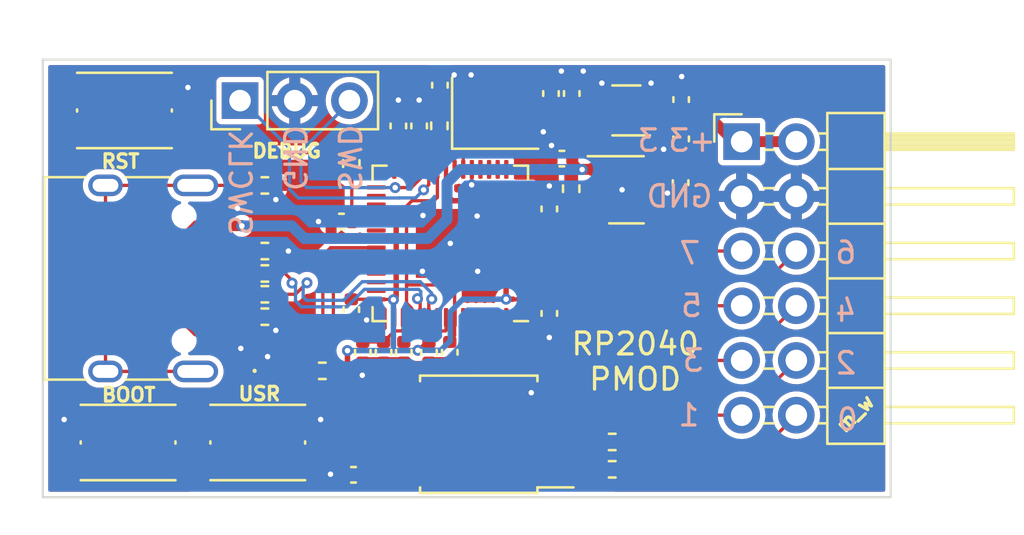
<source format=kicad_pcb>
(kicad_pcb (version 20211014) (generator pcbnew)
  (layers (0 "F.Cu" signal) (31 "B.Cu" signal) (34 "B.Paste" user) (35 "F.Paste" user) (36 "B.SilkS" user "B.Silkscreen") (37 "F.SilkS" user "F.Silkscreen") (38 "B.Mask" user) (39 "F.Mask" user) (44 "Edge.Cuts" user))
  (net 0 "")
  (net 1 "GND")
  (net 2 "VBUS")
  (net 3 "Net-(J1-PadA5)")
  (net 4 "Net-(J1-PadA6)")
  (net 5 "Net-(J1-PadA7)")
  (net 7 "Net-(J1-PadB5)")
  (net 9 "Net-(J1-PadS1)")
  (net 10 "+3.3VP")
  (net 11 "/GPIO0")
  (net 12 "/GPIO1")
  (net 13 "/GPIO2")
  (net 14 "/GPIO3")
  (net 15 "/GPIO4")
  (net 16 "/GPIO5")
  (net 17 "/GPIO6")
  (net 18 "/GPIO7")
  (net 19 "/QSPI_SS")
  (net 20 "/QSPI_SD1")
  (net 21 "/QSPI_SD2")
  (net 22 "/QSPI_SD0")
  (net 23 "/QSPI_SCLK")
  (net 24 "/QSPI_SD3")
  (net 25 "+3.3V")
  (net 26 "Net-(R6-Pad2)")
  (net 28 "+3.3VA")
  (net 38 "Net-(C5-Pad2)")
  (net 39 "Net-(R10-Pad2)")
  (net 40 "+1V1")
  (net 41 "Net-(R9-Pad2)")
  (net 50 "Net-(SW2-Pad1)")
  (net 51 "Net-(R11-Pad2)")
  (net 56 "/USB_D_N")
  (net 57 "/USB_D_P")
  (net 58 "Net-(C6-Pad2)")
  (net 59 "Net-(D1-Pad2)")
  (net 60 "Net-(R2-Pad1)")
  (net 61 "/SWCLK")
  (net 62 "/SWD")
  (footprint "Capacitor_SMD:C_0402_1005Metric" (layer "F.Cu") (at 156.6418 84.963 90)
    (fp_text reference "C11" hide)
    (fp_text value "1uF")
  )
  (footprint "Resistor_SMD:R_0402_1005Metric" (layer "F.Cu") (at 139.9814 95.7326)
    (fp_text reference "R11" hide)
    (fp_text value "1K")
  )
  (footprint "Capacitor_SMD:C_0402_1005Metric" (layer "F.Cu") (at 143.764 94.869 90)
    (fp_text reference "C10" hide)
    (fp_text value "1uF")
  )
  (footprint "Capacitor_SMD:C_0402_1005Metric" (layer "F.Cu") (at 150.5204 93.0656 90)
    (fp_text reference "C15" hide)
    (fp_text value "0.1uF")
  )
  (footprint "Capacitor_SMD:C_0402_1005Metric" (layer "F.Cu") (at 156.6164 86.995 90)
    (fp_text reference "C3" hide)
    (fp_text value "1uF")
  )
  (footprint "Connector_USB:USB_C_Receptacle_HRO_TYPE-C-31-M-12" (layer "F.Cu") (at 130.9612 91.44 -90)
    (fp_text reference "J1" hide)
    (fp_text value "USB_C_Receptacle_USB2.0")
  )
  (footprint "Capacitor_SMD:C_0402_1005Metric" (layer "F.Cu") (at 141.4272 100.5586 180)
    (fp_text reference "C2" hide)
    (fp_text value "0.1uF")
  )
  (footprint "Capacitor_SMD:C_0402_1005Metric" (layer "F.Cu") (at 144.9324 94.8716 90)
    (fp_text reference "C18" hide)
    (fp_text value "0.1uF")
  )
  (footprint "Resistor_SMD:R_0402_1005Metric" (layer "F.Cu") (at 141.3256 86.106 90)
    (fp_text reference "R9" hide)
    (fp_text value "10K")
  )
  (footprint "Connector_PinHeader_2.54mm:PinHeader_2x06_P2.54mm_Horizontal" (layer "F.Cu") (at 159.45 85.09)
    (fp_text reference "J3" hide)
    (fp_text value "Conn_02x06_Odd_Even")
  )
  (footprint "Capacitor_SMD:C_0402_1005Metric" (layer "F.Cu") (at 145.8976 94.869 90)
    (fp_text reference "C8" hide)
    (fp_text value "0.1uF")
  )
  (footprint "Resistor_SMD:R_0402_1005Metric" (layer "F.Cu") (at 153.4414 99.0346)
    (fp_text reference "R3" hide)
    (fp_text value "10K")
  )
  (footprint "Button_Switch_SMD:SW_Push_1P1T_NO_Vertical_Wuerth_434133025816" (layer "F.Cu") (at 130.792 83.6422)
    (fp_text reference "SW3" hide)
    (fp_text value "RESET")
  )
  (footprint "Capacitor_SMD:C_0402_1005Metric" (layer "F.Cu") (at 142.8242 94.869 90)
    (fp_text reference "C12" hide)
    (fp_text value "1uF")
  )
  (footprint "Capacitor_SMD:C_0402_1005Metric" (layer "F.Cu") (at 141.3256 92.8878 90)
    (fp_text reference "C19" hide)
    (fp_text value "0.1uF")
  )
  (footprint "Capacitor_SMD:C_0402_1005Metric" (layer "F.Cu") (at 150.5966 82.8548 -90)
    (fp_text reference "C5" hide)
    (fp_text value "27pF")
  )
  (footprint "LED_SMD:LED_0402_1005Metric" (layer "F.Cu") (at 137.926401 95.7326)
    (fp_text reference "D1" hide)
    (fp_text value "LED")
  )
  (footprint "Capacitor_SMD:C_0402_1005Metric" (layer "F.Cu") (at 144.4752 84.3604 -90)
    (fp_text reference "C13" hide)
    (fp_text value "0.1uF")
  )
  (footprint "Resistor_SMD:R_0402_1005Metric" (layer "F.Cu") (at 145.415 84.3534 -90)
    (fp_text reference "R10" hide)
    (fp_text value "1K")
  )
  (footprint "Resistor_SMD:R_0402_1005Metric" (layer "F.Cu") (at 137.3112 87.122)
    (fp_text reference "R1" hide)
    (fp_text value "1M")
  )
  (footprint "Capacitor_SMD:C_0402_1005Metric" (layer "F.Cu") (at 151.1046 85.8774)
    (fp_text reference "C1" hide)
    (fp_text value "1uF")
  )
  (footprint "Resistor_SMD:R_0402_1005Metric" (layer "F.Cu") (at 137.3112 90.17)
    (fp_text reference "R4" hide)
    (fp_text value "5.1K")
  )
  (footprint "Resistor_SMD:R_0402_1005Metric" (layer "F.Cu") (at 153.4414 100.3046 180)
    (fp_text reference "R2" hide)
    (fp_text value "1K")
  )
  (footprint "Resistor_SMD:R_0402_1005Metric" (layer "F.Cu") (at 151.5364 87.2744 -90)
    (fp_text reference "R6" hide)
    (fp_text value "10K")
  )
  (footprint "Capacitor_SMD:C_0402_1005Metric" (layer "F.Cu") (at 140.8684 88.7984)
    (fp_text reference "C14" hide)
    (fp_text value "0.1uF")
  )
  (footprint "Connector_PinHeader_2.54mm:PinHeader_1x03_P2.54mm_Vertical" (layer "F.Cu") (at 136.159 83.185 90)
    (fp_text reference "J2" hide)
    (fp_text value "Conn_01x03")
  )
  (footprint "Package_TO_SOT_SMD:SOT-23-5" (layer "F.Cu") (at 154.1018 87.3252)
    (fp_text reference "U2" hide)
    (fp_text value "AP2112K-3.3")
  )
  (footprint "Package_SO:SOIC-8_5.23x5.23mm_P1.27mm" (layer "F.Cu") (at 147.2438 98.679 180)
    (fp_text reference "U1" hide)
    (fp_text value "W25Q32JVSS")
  )
  (footprint "Capacitor_SMD:C_0402_1005Metric" (layer "F.Cu") (at 156.6418 83.1342 -90)
    (fp_text reference "C4" hide)
    (fp_text value "1uF")
  )
  (footprint "Resistor_SMD:R_0402_1005Metric" (layer "F.Cu") (at 137.3124 91.2114)
    (fp_text reference "R7" hide)
    (fp_text value "27")
  )
  (footprint "Package_DFN_QFN:QFN-56-1EP_7x7mm_P0.4mm_EP3.2x3.2mm" (layer "F.Cu") (at 145.923 89.8144 180)
    (fp_text reference "U4" hide)
    (fp_text value "RP2040")
  )
  (footprint "Resistor_SMD:R_0402_1005Metric" (layer "F.Cu") (at 137.3124 92.1766)
    (fp_text reference "R8" hide)
    (fp_text value "27")
  )
  (footprint "Capacitor_SMD:C_0402_1005Metric" (layer "F.Cu") (at 141.859 94.869 90)
    (fp_text reference "C17" hide)
    (fp_text value "0.1uF")
  )
  (footprint "Capacitor_SMD:C_0402_1005Metric" (layer "F.Cu") (at 151.5618 82.8548 -90)
    (fp_text reference "C7" hide)
    (fp_text value "1uF")
  )
  (footprint "Capacitor_SMD:C_0402_1005Metric" (layer "F.Cu") (at 145.4404 82.469 -90)
    (fp_text reference "C6" hide)
    (fp_text value "27pF")
  )
  (footprint "rp2040-pmod:SOT-5x3" (layer "F.Cu") (at 154.1 83.64 180)
    (fp_text reference "U3" hide)
    (fp_text value "LM66200")
  )
  (footprint "Crystal:Crystal_SMD_Abracon_ABM8G-4Pin_3.2x2.5mm" (layer "F.Cu") (at 148.0058 83.7692)
    (fp_text reference "Y1" hide)
    (fp_text value "12Mhz")
  )
  (footprint "Capacitor_SMD:C_0402_1005Metric" (layer "F.Cu") (at 143.51 84.3604 -90)
    (fp_text reference "C9" hide)
    (fp_text value "0.1uF")
  )
  (footprint "Resistor_SMD:R_0402_1005Metric" (layer "F.Cu") (at 137.3112 93.218)
    (fp_text reference "R5" hide)
    (fp_text value "5.1K")
  )
  (footprint "Button_Switch_SMD:SW_Push_1P1T_NO_Vertical_Wuerth_434133025816" (layer "F.Cu") (at 136.9822 99.06 180)
    (fp_text reference "SW2" hide)
    (fp_text value "USER1")
  )
  (footprint "Button_Switch_SMD:SW_Push_1P1T_NO_Vertical_Wuerth_434133025816" (layer "F.Cu") (at 130.9612 99.06)
    (fp_text reference "SW1" hide)
    (fp_text value "USB Boot")
  )
  (footprint "Capacitor_SMD:C_0402_1005Metric" (layer "F.Cu") (at 150.5204 88.2142 -90)
    (fp_text reference "C16" hide)
    (fp_text value "0.1uF")
  )
  (gr_rect (start 127 81.28) (end 166.37 101.6) (layer "Edge.Cuts") (width 0.1) (fill none))
  (gr_text "0" (at 164.3634 97.9932) (layer "B.SilkS") (effects (font (size 1 1)) (justify mirror)))
  (gr_text "5" (at 157.1244 92.71) (layer "B.SilkS") (effects (font (size 1 1)) (justify mirror)))
  (gr_text "7" (at 157.0482 90.2716) (layer "B.SilkS") (effects (font (size 1 1)) (justify mirror)))
  (gr_text "1" (at 156.9974 97.79) (layer "B.SilkS") (effects (font (size 1 1)) (justify mirror)))
  (gr_text "SWCLK" (at 136.144 86.995 270) (layer "B.SilkS") (effects (font (size 1 1)) (justify mirror)))
  (gr_text "+3.3" (at 156.4386 85.0392) (layer "B.SilkS") (effects (font (size 1 1)) (justify mirror)))
  (gr_text "2" (at 164.2872 95.377) (layer "B.SilkS") (effects (font (size 1 1)) (justify mirror)))
  (gr_text "SWD" (at 141.224 85.852 270) (layer "B.SilkS") (effects (font (size 1 1)) (justify mirror)))
  (gr_text "GND" (at 156.5656 87.63) (layer "B.SilkS") (effects (font (size 1 1)) (justify mirror)))
  (gr_text "GND" (at 138.684 85.852 270) (layer "B.SilkS") (effects (font (size 1 1)) (justify mirror)))
  (gr_text "3" (at 157.2006 95.25) (layer "B.SilkS") (effects (font (size 1 1)) (justify mirror)))
  (gr_text "4" (at 164.2872 92.9386) (layer "B.SilkS") (effects (font (size 1 1)) (justify mirror)))
  (gr_text "6" (at 164.2872 90.2462) (layer "B.SilkS") (effects (font (size 1 1)) (justify mirror)))
  (gr_text "BOOT" (at 130.9878 96.8502) (layer "F.SilkS") (effects (font (size 0.635 0.635))))
  (gr_text "RP2040\nPMOD" (at 154.5082 95.3008) (layer "F.SilkS") (effects (font (size 1.016 1.016) (thickness 0.1524))))
  (gr_text "USR" (at 137.0584 96.7994) (layer "F.SilkS") (effects (font (size 0.635 0.635))))
  (gr_text "DEBUG" (at 138.3284 85.5218) (layer "F.SilkS") (effects (font (size 0.635 0.635) (thickness 0.15875))))
  (gr_text "RST" (at 130.6068 86.0044) (layer "F.SilkS") (effects (font (size 0.635 0.635))))
  (gr_text "m_w" (at 164.719 97.7138 45) (layer "F.SilkS") (effects (font (size 0.635 0.635))))
  (segment (start 141.859 95.349) (end 145.8214 95.349) (width 0.1524) (layer "F.Cu") (net 1))
  (segment (start 146.923 87.0872) (end 146.9136 87.0966) (width 0.1524) (layer "F.Cu") (net 1))
  (segment (start 146.923 86.3769) (end 146.923 87.0872) (width 0.1524) (layer "F.Cu") (net 1))
  (segment (start 156.6418 82.6542) (end 156.6418 82.0928) (width 0.1524) (layer "F.Cu") (net 1))
  (segment (start 155.8316 85.443) (end 155.829 85.4456) (width 0.1524) (layer "F.Cu") (net 1))
  (segment (start 140.9472 100.5586) (end 140.3858 100.5586) (width 0.1524) (layer "F.Cu") (net 1))
  (segment (start 154.8518 82.8962) (end 154.8518 82.7652) (width 0.1524) (layer "F.Cu") (net 1))
  (segment (start 150.5204 94.1832) (end 150.5204 93.5456) (width 0.1524) (layer "F.Cu") (net 1))
  (segment (start 137.8212 87.7816) (end 137.8204 87.7824) (width 0.1524) (layer "F.Cu") (net 1))
  (segment (start 150.8438 96.774) (end 149.7076 96.774) (width 0.1524) (layer "F.Cu") (net 1))
  (segment (start 150.6246 85.8774) (end 150.6246 85.2704) (width 0.1524) (layer "F.Cu") (net 1))
  (segment (start 156.0094 87.475) (end 156.0068 87.4776) (width 0.1524) (layer "F.Cu") (net 1))
  (segment (start 140.3884 88.7984) (end 139.8016 88.7984) (width 0.1524) (layer "F.Cu") (net 1))
  (segment (start 133.7302 82.5672) (end 133.7384 82.5754) (width 0.1524) (layer "F.Cu") (net 1))
  (segment (start 135.0062 94.69) (end 136.1936 94.69) (width 0.1524) (layer "F.Cu") (net 1))
  (segment (start 151.5618 82.3468) (end 152.0952 81.8134) (width 0.1524) (layer "F.Cu") (net 1))
  (segment (start 135.0062 88.19) (end 136.0412 88.19) (width 0.1524) (layer "F.Cu") (net 1))
  (segment (start 155.2622 84.3962) (end 155.829 84.963) (width 0.1524) (layer "F.Cu") (net 1))
  (segment (start 141.859 95.914406) (end 141.835603 95.937803) (width 0.1524) (layer "F.Cu") (net 1))
  (segment (start 154.8518 82.7652) (end 155.2448 82.3722) (width 0.1524) (layer "F.Cu") (net 1))
  (segment (start 156.6164 87.475) (end 156.0094 87.475) (width 0.1524) (layer "F.Cu") (net 1))
  (segment (start 139.8938 97.985) (end 139.902 97.9932) (width 0.1524) (layer "F.Cu") (net 1))
  (segment (start 144.4752 83.8804) (end 144.4752 83.1596) (width 0.1524) (layer "F.Cu") (net 1))
  (segment (start 137.8212 87.122) (end 137.8212 87.7816) (width 0.1524) (layer "F.Cu") (net 1))
  (segment (start 127.9988 97.985) (end 127.9906 97.9932) (width 0.1524) (layer "F.Cu") (net 1))
  (segment (start 150.6246 85.2704) (end 150.622 85.2678) (width 0.1524) (layer "F.Cu") (net 1))
  (segment (start 137.8212 90.17) (end 138.4046 90.17) (width 0.1524) (layer "F.Cu") (net 1))
  (segment (start 153.3518 82.7652) (end 152.9588 82.3722) (width 0.1524) (layer "F.Cu") (net 1))
  (segment (start 132.867 82.5672) (end 133.7302 82.5672) (width 0.1524) (layer "F.Cu") (net 1))
  (segment (start 141.859 95.349) (end 141.859 95.914406) (width 0.1524) (layer "F.Cu") (net 1))
  (segment (start 146.9058 82.0088) (end 146.8882 81.9912) (width 0.1524) (layer "F.Cu") (net 1))
  (segment (start 156.6418 82.0928) (end 156.6672 82.0674) (width 0.1524) (layer "F.Cu") (net 1))
  (segment (start 150.5966 82.296) (end 151.0792 81.8134) (width 0.1524) (layer "F.Cu") (net 1))
  (segment (start 136.0412 88.19) (end 136.0424 88.1888) (width 0.1524) (layer "F.Cu") (net 1))
  (segment (start 156.6418 85.443) (end 155.8316 85.443) (width 0.1524) (layer "F.Cu") (net 1))
  (segment (start 150.2274 84.6192) (end 150.241 84.6328) (width 0.1524) (layer "F.Cu") (net 1))
  (segment (start 149.7076 96.774) (end 149.6822 96.7486) (width 0.1524) (layer "F.Cu") (net 1))
  (segment (start 149.1058 84.6192) (end 150.2274 84.6192) (width 0.1524) (layer "F.Cu") (net 1))
  (segment (start 151.5618 82.3748) (end 151.5618 82.3468) (width 0.1524) (layer "F.Cu") (net 1))
  (segment (start 139.057199 97.985) (end 139.8938 97.985) (width 0.1524) (layer "F.Cu") (net 1))
  (segment (start 150.5966 82.3748) (end 150.5966 82.296) (width 0.1524) (layer "F.Cu") (net 1))
  (segment (start 128.8862 97.985) (end 127.9988 97.985) (width 0.1524) (layer "F.Cu") (net 1))
  (segment (start 141.3256 93.3678) (end 142.0342 93.3678) (width 0.1524) (layer "F.Cu") (net 1))
  (segment (start 146.9058 82.9192) (end 146.9058 82.0088) (width 0.1524) (layer "F.Cu") (net 1))
  (segment (start 154.8518 84.3962) (end 155.2622 84.3962) (width 0.1524) (layer "F.Cu") (net 1))
  (segment (start 143.51 83.8804) (end 143.51 83.1596) (width 0.1524) (layer "F.Cu") (net 1))
  (segment (start 150.5204 87.7342) (end 150.5204 87.1474) (width 0.1524) (layer "F.Cu") (net 1))
  (segment (start 146.0986 81.989) (end 146.1008 81.9912) (width 0.1524) (layer "F.Cu") (net 1))
  (segment (start 153.3518 82.8962) (end 153.3518 82.7652) (width 0.1524) (layer "F.Cu") (net 1))
  (segment (start 145.4404 81.989) (end 146.0986 81.989) (width 0.1524) (layer "F.Cu") (net 1))
  (segment (start 137.8212 93.218) (end 137.8212 93.8522) (width 0.1524) (layer "F.Cu") (net 1))
  (segment (start 152.9643 87.3252) (end 153.8986 87.3252) (width 0.1524) (layer "F.Cu") (net 1))
  (segment (start 155.829 84.963) (end 155.829 85.4456) (width 0.1524) (layer "F.Cu") (net 1))
  (via (at 137.4394 95.0722) (size 0.508) (drill 0.254) (layers "F.Cu" "B.Cu") (net 1))
  (via (at 140.3604 100.5332) (size 0.508) (drill 0.254) (layers "F.Cu" "B.Cu") (net 1))
  (via (at 144.653 88.519) (size 0.508) (drill 0.254) (layers "F.Cu" "B.Cu") (net 1))
  (via (at 153.8986 87.3252) (size 0.508) (drill 0.254) (layers "F.Cu" "B.Cu") (net 1))
  (via (at 147.1676 88.5444) (size 0.508) (drill 0.254) (layers "F.Cu" "B.Cu") (net 1))
  (via (at 146.1008 81.9912) (size 0.508) (drill 0.254) (layers "F.Cu" "B.Cu") (net 1))
  (via (at 138.4046 90.17) (size 0.508) (drill 0.254) (layers "F.Cu" "B.Cu") (net 1))
  (via (at 152.9588 82.3722) (size 0.508) (drill 0.254) (layers "F.Cu" "B.Cu") (net 1))
  (via (at 127.9906 97.9932) (size 0.508) (drill 0.254) (layers "F.Cu" "B.Cu") (net 1))
  (via (at 146.9136 87.0966) (size 0.508) (drill 0.254) (layers "F.Cu" "B.Cu") (net 1))
  (via (at 151.0792 81.8134) (size 0.508) (drill 0.254) (layers "F.Cu" "B.Cu") (net 1))
  (via (at 156.0068 87.4776) (size 0.508) (drill 0.254) (layers "F.Cu" "B.Cu") (net 1))
  (via (at 146.8882 81.9912) (size 0.508) (drill 0.254) (layers "F.Cu" "B.Cu") (net 1))
  (via (at 156.6672 82.0674) (size 0.508) (drill 0.254) (layers "F.Cu" "B.Cu") (net 1))
  (via (at 137.8204 87.7824) (size 0.508) (drill 0.254) (layers "F.Cu" "B.Cu") (net 1))
  (via (at 145.923 89.8144) (size 0.508) (drill 0.254) (layers "F.Cu" "B.Cu") (net 1))
  (via (at 139.8016 88.7984) (size 0.508) (drill 0.254) (layers "F.Cu" "B.Cu") (net 1))
  (via (at 139.902 97.9932) (size 0.508) (drill 0.254) (layers "F.Cu" "B.Cu") (net 1))
  (via (at 141.835603 95.937803) (size 0.508) (drill 0.254) (layers "F.Cu" "B.Cu") (net 1))
  (via (at 137.8204 93.853) (size 0.508) (drill 0.254) (layers "F.Cu" "B.Cu") (net 1))
  (via (at 155.2448 82.3722) (size 0.508) (drill 0.254) (layers "F.Cu" "B.Cu") (net 1))
  (via (at 155.829 85.4456) (size 0.508) (drill 0.254) (layers "F.Cu" "B.Cu") (net 1))
  (via (at 144.6276 91.1098) (size 0.508) (drill 0.254) (layers "F.Cu" "B.Cu") (net 1))
  (via (at 133.7384 82.5754) (size 0.508) (drill 0.254) (layers "F.Cu" "B.Cu") (net 1))
  (via (at 149.6822 96.7486) (size 0.508) (drill 0.254) (layers "F.Cu" "B.Cu") (net 1))
  (via (at 142.0368 93.3704) (size 0.508) (drill 0.254) (layers "F.Cu" "B.Cu") (net 1))
  (via (at 150.622 85.2678) (size 0.508) (drill 0.254) (layers "F.Cu" "B.Cu") (net 1))
  (via (at 152.0952 81.8134) (size 0.508) (drill 0.254) (layers "F.Cu" "B.Cu") (net 1))
  (via (at 150.5204 94.1832) (size 0.508) (drill 0.254) (layers "F.Cu" "B.Cu") (net 1))
  (via (at 136.0424 88.1888) (size 0.508) (drill 0.254) (layers "F.Cu" "B.Cu") (net 1))
  (via (at 150.5204 87.1474) (size 0.508) (drill 0.254) (layers "F.Cu" "B.Cu") (net 1))
  (via (at 143.51 83.1596) (size 0.508) (drill 0.254) (layers "F.Cu" "B.Cu") (net 1))
  (via (at 144.4752 83.1596) (size 0.508) (drill 0.254) (layers "F.Cu" "B.Cu") (net 1))
  (via (at 136.1948 94.6912) (size 0.508) (drill 0.254) (layers "F.Cu" "B.Cu") (net 1))
  (via (at 147.193 91.1098) (size 0.508) (drill 0.254) (layers "F.Cu" "B.Cu") (net 1))
  (via (at 150.241 84.6328) (size 0.508) (drill 0.254) (layers "F.Cu" "B.Cu") (net 1))
  (segment (start 135.0062 93.89) (end 134.154879 93.89) (width 0.508) (layer "F.Cu") (net 2))
  (segment (start 151.5846 85.8774) (end 151.5846 86.7162) (width 0.254) (layer "F.Cu") (net 2))
  (segment (start 152.0444 86.3854) (end 152.0546 86.3752) (width 0.508) (layer "F.Cu") (net 2))
  (segment (start 135.0062 88.99) (end 136.234 88.99) (width 0.508) (layer "F.Cu") (net 2))
  (segment (start 133.858 93.599) (end 133.2738 93.0148) (width 0.508) (layer "F.Cu") (net 2))
  (segment (start 135.0062 88.99) (end 134.154879 88.99) (width 0.508) (layer "F.Cu") (net 2))
  (segment (start 151.5846 86.7162) (end 151.5364 86.7644) (width 0.254) (layer "F.Cu") (net 2))
  (segment (start 152.0342 86.3752) (end 151.5846 85.9256) (width 0.254) (layer "F.Cu") (net 2))
  (segment (start 134.154879 93.89) (end 133.863879 93.599) (width 0.508) (layer "F.Cu") (net 2))
  (segment (start 152.9643 86.3752) (end 152.0342 86.3752) (width 0.254) (layer "F.Cu") (net 2))
  (segment (start 152.0546 86.3752) (end 152.9643 86.3752) (width 0.508) (layer "F.Cu") (net 2))
  (segment (start 133.863879 93.599) (end 133.858 93.599) (width 0.508) (layer "F.Cu") (net 2))
  (segment (start 133.2738 89.871079) (end 133.2738 93.0148) (width 0.508) (layer "F.Cu") (net 2))
  (segment (start 136.234 88.99) (end 136.2456 89.0016) (width 0.508) (layer "F.Cu") (net 2))
  (segment (start 134.154879 88.99) (end 133.2738 89.871079) (width 0.508) (layer "F.Cu") (net 2))
  (via (at 152.0444 86.3854) (size 0.508) (drill 0.254) (layers "F.Cu" "B.Cu") (net 2))
  (via (at 136.2456 89.0016) (size 0.508) (drill 0.254) (layers "F.Cu" "B.Cu") (net 2))
  (segment (start 145.7706 86.995) (end 145.7706 88.6968) (width 0.508) (layer "B.Cu") (net 2))
  (segment (start 138.557 89.0016) (end 136.2456 89.0016) (width 0.508) (layer "B.Cu") (net 2))
  (segment (start 145.7706 88.6968) (end 144.8816 89.5858) (width 0.508) (layer "B.Cu") (net 2))
  (segment (start 139.1412 89.5858) (end 138.557 89.0016) (width 0.508) (layer "B.Cu") (net 2))
  (segment (start 152.0444 86.3854) (end 146.3802 86.3854) (width 0.508) (layer "B.Cu") (net 2))
  (segment (start 146.3802 86.3854) (end 145.7706 86.995) (width 0.508) (layer "B.Cu") (net 2))
  (segment (start 144.8816 89.5858) (end 139.1412 89.5858) (width 0.508) (layer "B.Cu") (net 2))
  (segment (start 136.7812 90.19) (end 136.8012 90.17) (width 0.1524) (layer "F.Cu") (net 3))
  (segment (start 135.0062 90.19) (end 136.7812 90.19) (width 0.1524) (layer "F.Cu") (net 3))
  (segment (start 136.4488 92.1766) (end 136.8024 92.1766) (width 0.1524) (layer "F.Cu") (net 4))
  (segment (start 135.837422 91.19) (end 136.1948 91.547378) (width 0.1524) (layer "F.Cu") (net 4))
  (segment (start 136.1948 91.547378) (end 136.1948 91.9226) (width 0.1524) (layer "F.Cu") (net 4))
  (segment (start 136.1948 91.9226) (end 135.9274 92.19) (width 0.1524) (layer "F.Cu") (net 4))
  (segment (start 135.0062 91.19) (end 135.837422 91.19) (width 0.1524) (layer "F.Cu") (net 4))
  (segment (start 136.1948 91.9226) (end 136.4488 92.1766) (width 0.1524) (layer "F.Cu") (net 4))
  (segment (start 135.9274 92.19) (end 135.0062 92.19) (width 0.1524) (layer "F.Cu") (net 4))
  (segment (start 133.8326 90.9828) (end 133.8326 91.3638) (width 0.1524) (layer "F.Cu") (net 5))
  (segment (start 135.0062 90.69) (end 135.8004 90.69) (width 0.1524) (layer "F.Cu") (net 5))
  (segment (start 135.8004 90.69) (end 136.3218 91.2114) (width 0.1524) (layer "F.Cu") (net 5))
  (segment (start 133.8326 91.3638) (end 134.1588 91.69) (width 0.1524) (layer "F.Cu") (net 5))
  (segment (start 136.3218 91.2114) (end 136.8024 91.2114) (width 0.1524) (layer "F.Cu") (net 5))
  (segment (start 134.1254 90.69) (end 133.8326 90.9828) (width 0.1524) (layer "F.Cu") (net 5))
  (segment (start 134.1588 91.69) (end 135.0062 91.69) (width 0.1524) (layer "F.Cu") (net 5))
  (segment (start 135.0062 90.69) (end 134.1254 90.69) (width 0.1524) (layer "F.Cu") (net 5))
  (segment (start 135.0062 93.19) (end 136.7732 93.19) (width 0.1524) (layer "F.Cu") (net 7))
  (segment (start 136.7732 93.19) (end 136.8012 93.218) (width 0.1524) (layer "F.Cu") (net 7))
  (segment (start 136.8012 87.122) (end 136.7992 87.12) (width 0.1524) (layer "F.Cu") (net 9))
  (segment (start 129.9112 87.12) (end 129.9112 95.76) (width 0.1524) (layer "F.Cu") (net 9))
  (segment (start 136.7992 87.12) (end 134.0912 87.12) (width 0.1524) (layer "F.Cu") (net 9))
  (segment (start 129.9112 87.12) (end 134.0912 87.12) (width 0.1524) (layer "F.Cu") (net 9))
  (segment (start 129.9112 95.76) (end 134.0912 95.76) (width 0.1524) (layer "F.Cu") (net 9))
  (segment (start 155.7862 83.3962) (end 156.0042 83.6142) (width 0.254) (layer "F.Cu") (net 10))
  (segment (start 154.8518 83.3962) (end 155.7862 83.3962) (width 0.254) (layer "F.Cu") (net 10))
  (segment (start 157.6298 83.6142) (end 159.1056 85.09) (width 0.508) (layer "F.Cu") (net 10))
  (segment (start 156.0042 83.6142) (end 156.6418 83.6142) (width 0.254) (layer "F.Cu") (net 10))
  (segment (start 156.6418 83.6142) (end 157.6298 83.6142) (width 0.508) (layer "F.Cu") (net 10))
  (segment (start 161.99 85.09) (end 159.45 85.09) (width 0.508) (layer "F.Cu") (net 10))
  (segment (start 159.1056 85.09) (end 159.45 85.09) (width 0.508) (layer "F.Cu") (net 10))
  (segment (start 151.5266 92.0144) (end 158.5976 99.0854) (width 0.1524) (layer "F.Cu") (net 11))
  (segment (start 158.5976 99.0854) (end 160.6946 99.0854) (width 0.1524) (layer "F.Cu") (net 11))
  (segment (start 149.3605 92.0144) (end 151.5266 92.0144) (width 0.1524) (layer "F.Cu") (net 11))
  (segment (start 160.6946 99.0854) (end 161.99 97.79) (width 0.1524) (layer "F.Cu") (net 11))
  (segment (start 151.9394 91.6144) (end 158.115 97.79) (width 0.1524) (layer "F.Cu") (net 12))
  (segment (start 158.115 97.79) (end 159.45 97.79) (width 0.1524) (layer "F.Cu") (net 12))
  (segment (start 149.3605 91.6144) (end 151.9394 91.6144) (width 0.1524) (layer "F.Cu") (net 12))
  (segment (start 149.3605 91.2144) (end 152.3014 91.2144) (width 0.1524) (layer "F.Cu") (net 13))
  (segment (start 152.3014 91.2144) (end 157.6324 96.5454) (width 0.1524) (layer "F.Cu") (net 13))
  (segment (start 157.6324 96.5454) (end 160.6946 96.5454) (width 0.1524) (layer "F.Cu") (net 13))
  (segment (start 160.6946 96.5454) (end 161.99 95.25) (width 0.1524) (layer "F.Cu") (net 13))
  (segment (start 149.3605 90.8144) (end 152.6888 90.8144) (width 0.1524) (layer "F.Cu") (net 14))
  (segment (start 152.6888 90.8144) (end 157.1244 95.25) (width 0.1524) (layer "F.Cu") (net 14))
  (segment (start 157.1244 95.25) (end 159.45 95.25) (width 0.1524) (layer "F.Cu") (net 14))
  (segment (start 156.5402 93.9546) (end 160.7454 93.9546) (width 0.1524) (layer "F.Cu") (net 15))
  (segment (start 149.3605 90.4144) (end 153 90.4144) (width 0.1524) (layer "F.Cu") (net 15))
  (segment (start 160.7454 93.9546) (end 161.99 92.71) (width 0.1524) (layer "F.Cu") (net 15))
  (segment (start 153 90.4144) (end 156.5402 93.9546) (width 0.1524) (layer "F.Cu") (net 15))
  (segment (start 149.3605 90.0144) (end 153.3874 90.0144) (width 0.1524) (layer "F.Cu") (net 16))
  (segment (start 153.3874 90.0144) (end 156.083 92.71) (width 0.1524) (layer "F.Cu") (net 16))
  (segment (start 156.083 92.71) (end 159.45 92.71) (width 0.1524) (layer "F.Cu") (net 16))
  (segment (start 153.7748 89.6144) (end 155.6004 91.44) (width 0.1524) (layer "F.Cu") (net 17))
  (segment (start 155.6004 91.44) (end 160.72 91.44) (width 0.1524) (layer "F.Cu") (net 17))
  (segment (start 149.3605 89.6144) (end 153.7748 89.6144) (width 0.1524) (layer "F.Cu") (net 17))
  (segment (start 160.72 91.44) (end 161.99 90.17) (width 0.1524) (layer "F.Cu") (net 17))
  (segment (start 155.1178 90.17) (end 159.45 90.17) (width 0.1524) (layer "F.Cu") (net 18))
  (segment (start 154.1622 89.2144) (end 155.1178 90.17) (width 0.1524) (layer "F.Cu") (net 18))
  (segment (start 149.3605 89.2144) (end 154.1622 89.2144) (width 0.1524) (layer "F.Cu") (net 18))
  (segment (start 148.7678 94.9706) (end 152.6794 94.9706) (width 0.1524) (layer "F.Cu") (net 19))
  (segment (start 152.9314 100.3046) (end 152.652 100.584) (width 0.1524) (layer "F.Cu") (net 19))
  (segment (start 152.9314 100.3046) (end 152.9314 99.0346) (width 0.1524) (layer "F.Cu") (net 19))
  (segment (start 148.523 93.2519) (end 148.523 94.7258) (width 0.1524) (layer "F.Cu") (net 19))
  (segment (start 152.9314 95.2226) (end 152.9314 99.0346) (width 0.1524) (layer "F.Cu") (net 19))
  (segment (start 152.652 100.584) (end 150.8438 100.584) (width 0.1524) (layer "F.Cu") (net 19))
  (segment (start 148.523 94.7258) (end 148.7678 94.9706) (width 0.1524) (layer "F.Cu") (net 19))
  (segment (start 152.6794 94.9706) (end 152.9314 95.2226) (width 0.1524) (layer "F.Cu") (net 19))
  (segment (start 152.0698 95.7834) (end 152.0698 99.06) (width 0.1524) (layer "F.Cu") (net 20))
  (segment (start 148.123 93.2519) (end 148.123 95.3164) (width 0.1524) (layer "F.Cu") (net 20))
  (segment (start 151.8666 95.5802) (end 152.0698 95.7834) (width 0.1524) (layer "F.Cu") (net 20))
  (segment (start 152.0698 99.06) (end 151.8158 99.314) (width 0.1524) (layer "F.Cu") (net 20))
  (segment (start 148.3868 95.5802) (end 151.8666 95.5802) (width 0.1524) (layer "F.Cu") (net 20))
  (segment (start 148.123 95.3164) (end 148.3868 95.5802) (width 0.1524) (layer "F.Cu") (net 20))
  (segment (start 151.8158 99.314) (end 150.8438 99.314) (width 0.1524) (layer "F.Cu") (net 20))
  (segment (start 148.0312 98.044) (end 150.8438 98.044) (width 0.1524) (layer "F.Cu") (net 21))
  (segment (start 147.723 97.7358) (end 148.0312 98.044) (width 0.1524) (layer "F.Cu") (net 21))
  (segment (start 147.723 93.2519) (end 147.723 97.7358) (width 0.1524) (layer "F.Cu") (net 21))
  (segment (start 147.323 93.2519) (end 147.323 96.5678) (width 0.1524) (layer "F.Cu") (net 22))
  (segment (start 147.323 96.5678) (end 147.1168 96.774) (width 0.1524) (layer "F.Cu") (net 22))
  (segment (start 147.1168 96.774) (end 143.6438 96.774) (width 0.1524) (layer "F.Cu") (net 22))
  (segment (start 146.812 96.2406) (end 142.842458 96.2406) (width 0.1524) (layer "F.Cu") (net 23))
  (segment (start 142.875 98.044) (end 143.6438 98.044) (width 0.1524) (layer "F.Cu") (net 23))
  (segment (start 142.842458 96.2406) (end 142.61568 96.467378) (width 0.1524) (layer "F.Cu") (net 23))
  (segment (start 142.61568 96.467378) (end 142.61568 97.78468) (width 0.1524) (layer "F.Cu") (net 23))
  (segment (start 146.923 96.1296) (end 146.812 96.2406) (width 0.1524) (layer "F.Cu") (net 23))
  (segment (start 146.923 93.2519) (end 146.923 96.1296) (width 0.1524) (layer "F.Cu") (net 23))
  (segment (start 142.61568 97.78468) (end 142.875 98.044) (width 0.1524) (layer "F.Cu") (net 23))
  (segment (start 146.523 95.723) (end 146.5326 95.7326) (width 0.1524) (layer "F.Cu") (net 24))
  (segment (start 146.5326 95.7326) (end 146.3294 95.9358) (width 0.1524) (layer "F.Cu") (net 24))
  (segment (start 142.5194 95.9358) (end 142.1638 96.2914) (width 0.1524) (layer "F.Cu") (net 24))
  (segment (start 142.1638 96.2914) (end 142.1638 98.933) (width 0.1524) (layer "F.Cu") (net 24))
  (segment (start 146.523 93.2519) (end 146.523 95.723) (width 0.1524) (layer "F.Cu") (net 24))
  (segment (start 146.3294 95.9358) (end 142.5194 95.9358) (width 0.1524) (layer "F.Cu") (net 24))
  (segment (start 142.5448 99.314) (end 143.6438 99.314) (width 0.1524) (layer "F.Cu") (net 24))
  (segment (start 142.1638 98.933) (end 142.5448 99.314) (width 0.1524) (layer "F.Cu") (net 24))
  (segment (start 150.5204 92.5856) (end 151.4628 92.5856) (width 0.1524) (layer "F.Cu") (net 25))
  (segment (start 143.4084 88.9254) (end 143.4084 92.3036) (width 0.254) (layer "F.Cu") (net 25))
  (segment (start 143.723 93.8178) (end 143.6624 93.8784) (width 0.1524) (layer "F.Cu") (net 25))
  (segment (start 149.3605 88.8144) (end 149.844 88.8144) (width 0.1524) (layer "F.Cu") (net 25))
  (segment (start 151.737 88.6942) (end 150.5204 88.6942) (width 0.254) (layer "F.Cu") (net 25))
  (segment (start 144.99632 85.36152) (end 144.4752 84.8404) (width 0.1524) (layer "F.Cu") (net 25))
  (segment (start 156.83492 88.85928) (end 151.90208 88.85928) (width 0.254) (layer "F.Cu") (net 25))
  (segment (start 157.2286 84.483) (end 157.5816 84.836) (width 0.254) (layer "F.Cu") (net 25))
  (segment (start 141.3484 88.7984) (end 142.4695 88.7984) (width 0.1524) (layer "F.Cu") (net 25))
  (segment (start 157.5816 84.836) (end 157.5816 88.1126) (width 0.254) (layer "F.Cu") (net 25))
  (segment (start 150.3492 92.4144) (end 150.5204 92.5856) (width 0.1524) (layer "F.Cu") (net 25))
  (segment (start 143.4084 92.3036) (end 143.2976 92.4144) (width 0.1524) (layer "F.Cu") (net 25))
  (segment (start 146.0246 87.8332) (end 145.7198 87.5284) (width 0.254) (layer "F.Cu") (net 25))
  (segment (start 148.523198 88.814402) (end 148.8694 88.814402) (width 0.254) (layer "F.Cu") (net 25))
  (segment (start 143.323 93.8902) (end 142.8242 94.389) (width 0.1524) (layer "F.Cu") (net 25))
  (segment (start 157.5816 88.1126) (end 156.83492 88.85928) (width 0.254) (layer "F.Cu") (net 25))
  (segment (start 143.3068 88.8238) (end 143.4084 88.9254) (width 0.254) (layer "F.Cu") (net 25))
  (segment (start 141.3256 92.4078) (end 142.4789 92.4078) (width 0.1524) (layer "F.Cu") (net 25))
  (segment (start 153.3518 83.8962) (end 155.429622 83.8962) (width 0.254) (layer "F.Cu") (net 25))
  (segment (start 141.9072 99.8956) (end 141.9072 100.5586) (width 0.254) (layer "F.Cu") (net 25))
  (segment (start 155.429622 83.8962) (end 156.016422 84.483) (width 0.254) (layer "F.Cu") (net 25))
  (segment (start 145.7198 86.8426) (end 145.723 86.8394) (width 0.1524) (layer "F.Cu") (net 25))
  (segment (start 145.45792 85.36152) (end 144.99632 85.36152) (width 0.1524) (layer "F.Cu") (net 25))
  (segment (start 149.844 88.8144) (end 149.86 88.7984) (width 0.1524) (layer "F.Cu") (net 25))
  (segment (start 144.8562 94.3916) (end 145.36692 93.88088) (width 0.1524) (layer "F.Cu") (net 25))
  (segment (start 143.323 92.4398) (end 143.323 93.2519) (width 0.1524) (layer "F.Cu") (net 25))
  (segment (start 142.9672 88.8144) (end 142.4855 88.8144) (width 0.1524) (layer "F.Cu") (net 25))
  (segment (start 143.6624 93.8784) (end 143.3348 93.8784) (width 0.1524) (layer "F.Cu") (net 25))
  (segment (start 143.323 93.2519) (end 143.323 93.8902) (width 0.1524) (layer "F.Cu") (net 25))
  (segment (start 153.9514 95.0742) (end 153.9514 99.0346) (width 0.1524) (layer "F.Cu") (net 25))
  (segment (start 141.1478 94.7928) (end 141.1478 99.1362) (width 0.254) (layer "F.Cu") (net 25))
  (segment (start 142.4855 92.4144) (end 143.2976 92.4144) (width 0.1524) (layer "F.Cu") (net 25))
  (segment (start 144.806231 94.3916) (end 144.419778 94.778053) (width 0.1524) (layer "F.Cu") (net 25))
  (segment (start 148.844 92.4052) (end 148.8532 92.4144) (width 0.1524) (layer "F.Cu") (net 25))
  (segment (start 141.3484 88.7984) (end 141.3484 86.6388) (width 0.1524) (layer "F.Cu") (net 25))
  (segment (start 148.336 87.8332) (end 146.0246 87.8332) (width 0.254) (layer "F.Cu") (net 25))
  (segment (start 144.9324 94.3916) (end 144.806231 94.3916) (width 0.1524) (layer "F.Cu") (net 25))
  (segment (start 145.723 93.2519) (end 145.723 93.8498) (width 0.1524) (layer "F.Cu") (net 25))
  (segment (start 150.4162 88.7984) (end 149.86 88.7984) (width 0.254) (layer "F.Cu") (net 25))
  (segment (start 145.7198 87.5284) (end 145.7198 86.8426) (width 0.254) (layer "F.Cu") (net 25))
  (segment (start 141.9326 100.584) (end 141.9072 100.5586) (width 0.1524) (layer "F.Cu") (net 25))
  (segment (start 150.5204 88.6942) (end 150.4162 88.7984) (width 0.254) (layer "F.Cu") (net 25))
  (segment (start 151.90208 88.85928) (end 151.737 88.6942) (width 0.254) (layer "F.Cu") (net 25))
  (segment (start 145.69192 93.88088) (end 145.36692 93.88088) (width 0.1524) (layer "F.Cu") (net 25))
  (segment (start 148.5138 92.4052) (end 148.5138 88.011) (width 0.254) (layer "F.Cu") (net 25))
  (segment (start 149.3605 88.8144) (end 148.869402 88.8144) (width 0.1524) (layer "F.Cu") (net 25))
  (segment (start 145.723 93.8498) (end 145.69192 93.88088) (width 0.1524) (layer "F.Cu") (net 25))
  (segment (start 145.723 86.8394) (end 145.723 86.3769) (width 0.1524) (layer "F.Cu") (net 25))
  (segment (start 143.3348 93.8784) (end 143.323 93.8902) (width 0.1524) (layer "F.Cu") (net 25))
  (segment (start 149.3605 92.4144) (end 150.3492 92.4144) (width 0.1524) (layer "F.Cu") (net 25))
  (segment (start 156.016422 84.483) (end 156.6418 84.483) (width 0.254) (layer "F.Cu") (net 25))
  (segment (start 142.9766 88.8238) (end 142.9672 88.8144) (width 0.1524) (layer "F.Cu") (net 25))
  (segment (start 142.9766 88.8238) (end 143.3068 88.8238) (width 0.254) (layer "F.Cu") (net 25))
  (segment (start 142.4695 88.7984) (end 142.4855 88.8144) (width 0.1524) (layer "F.Cu") (net 25))
  (segment (start 145.323 93.9248) (end 145.323 93.2519) (width 0.1524) (layer "F.Cu") (net 25))
  (segment (start 142.4789 92.4078) (end 142.4855 92.4144) (width 0.1524) (layer "F.Cu") (net 25))
  (segment (start 148.5138 92.4052) (end 148.844 92.4052) (width 0.254) (layer "F.Cu") (net 25))
  (segment (start 151.4628 92.5856) (end 153.9514 95.0742) (width 0.1524) (layer "F.Cu") (net 25))
  (segment (start 156.6418 84.483) (end 157.2286 84.483) (width 0.254) (layer "F.Cu") (net 25))
  (segment (start 148.5138 88.011) (end 148.336 87.8332) (width 0.254) (layer "F.Cu") (net 25))
  (segment (start 141.859 94.389) (end 142.8242 94.389) (width 0.1524) (layer "F.Cu") (net 25))
  (segment (start 141.3484 86.6388) (end 141.3256 86.616) (width 0.1524) (layer "F.Cu") (net 25))
  (segment (start 145.723 85.6266) (end 145.45792 85.36152) (width 0.1524) (layer "F.Cu") (net 25))
  (segment (start 148.869402 88.8144) (end 148.8694 88.814402) (width 0.1524) (layer "F.Cu") (net 25))
  (segment (start 143.723 93.2519) (end 143.723 93.8178) (width 0.1524) (layer "F.Cu") (net 25))
  (segment (start 141.1478 99.1362) (end 141.9072 99.8956) (width 0.254) (layer "F.Cu") (net 25))
  (segment (start 143.6438 100.584) (end 141.9326 100.584) (width 0.1524) (layer "F.Cu") (net 25))
  (segment (start 145.723 86.3769) (end 145.723 85.6266) (width 0.1524) (layer "F.Cu") (net 25))
  (segment (start 148.8532 92.4144) (end 149.3605 92.4144) (width 0.1524) (layer "F.Cu") (net 25))
  (via (at 148.5138 92.4052) (size 0.508) (drill 0.254) (layers "F.Cu" "B.Cu") (net 25))
  (via (at 141.1478 94.7928) (size 0.508) (drill 0.254) (layers "F.Cu" "B.Cu") (net 25))
  (via (at 144.419778 94.778053) (size 0.508) (drill 0.254) (layers "F.Cu" "B.Cu") (net 25))
  (via (at 143.2814 92.4306) (size 0.508) (drill 0.254) (layers "F.Cu" "B.Cu") (net 25))
  (segment (start 143.2814 92.4306) (end 143.2814 94.7674) (width 0.254) (layer "B.Cu") (net 25))
  (segment (start 143.3068 94.7928) (end 143.2814 94.7674) (width 0.254) (layer "B.Cu") (net 25))
  (segment (start 146.5072 92.4052) (end 148.5138 92.4052) (width 0.254) (layer "B.Cu") (net 25))
  (segment (start 144.419778 94.778053) (end 145.480547 94.778053) (width 0.254) (layer "B.Cu") (net 25))
  (segment (start 145.923 94.3356) (end 145.923 92.9894) (width 0.254) (layer "B.Cu") (net 25))
  (segment (start 144.419778 94.778053) (end 144.405031 94.7928) (width 0.254) (layer "B.Cu") (net 25))
  (segment (start 145.923 92.9894) (end 146.5072 92.4052) (width 0.254) (layer "B.Cu") (net 25))
  (segment (start 145.480547 94.778053) (end 145.923 94.3356) (width 0.254) (layer "B.Cu") (net 25))
  (segment (start 141.1478 94.7928) (end 143.3068 94.7928) (width 0.254) (layer "B.Cu") (net 25))
  (segment (start 144.405031 94.7928) (end 143.3068 94.7928) (width 0.254) (layer "B.Cu") (net 25))
  (segment (start 152.5118 88.2752) (end 152.021 87.7844) (width 0.1524) (layer "F.Cu") (net 26))
  (segment (start 152.9643 88.2752) (end 152.5118 88.2752) (width 0.1524) (layer "F.Cu") (net 26))
  (segment (start 152.021 87.7844) (end 151.5364 87.7844) (width 0.1524) (layer "F.Cu") (net 26))
  (segment (start 151.5618 83.3348) (end 151.5618 84.9122) (width 0.254) (layer "F.Cu") (net 28))
  (segment (start 155.2393 85.8211) (end 155.2393 86.3752) (width 0.254) (layer "F.Cu") (net 28))
  (segment (start 151.991 83.3348) (end 151.5618 83.3348) (width 0.254) (layer "F.Cu") (net 28))
  (segment (start 154.8384 85.4202) (end 155.2393 85.8211) (width 0.254) (layer "F.Cu") (net 28))
  (segment (start 156.4766 86.3752) (end 156.6164 86.515) (width 0.254) (layer "F.Cu") (net 28))
  (segment (start 152.0698 85.4202) (end 154.8384 85.4202) (width 0.254) (layer "F.Cu") (net 28))
  (segment (start 151.5618 84.9122) (end 152.0698 85.4202) (width 0.254) (layer "F.Cu") (net 28))
  (segment (start 152.0524 83.3962) (end 151.991 83.3348) (width 0.254) (layer "F.Cu") (net 28))
  (segment (start 155.2393 86.3752) (end 156.4766 86.3752) (width 0.254) (layer "F.Cu") (net 28))
  (segment (start 153.3518 83.3962) (end 152.0524 83.3962) (width 0.254) (layer "F.Cu") (net 28))
  (segment (start 149.0082 82.9192) (end 149.1058 82.9192) (width 0.1524) (layer "F.Cu") (net 38))
  (segment (start 149.1058 82.9192) (end 150.181 82.9192) (width 0.1524) (layer "F.Cu") (net 38))
  (segment (start 147.9804 83.947) (end 149.0082 82.9192) (width 0.1524) (layer "F.Cu") (net 38))
  (segment (start 146.523 86.3769) (end 146.523 85.7854) (width 0.1524) (layer "F.Cu") (net 38))
  (segment (start 147.9804 85.3186) (end 147.9804 83.947) (width 0.1524) (layer "F.Cu") (net 38))
  (segment (start 146.7104 85.598) (end 147.701 85.598) (width 0.1524) (layer "F.Cu") (net 38))
  (segment (start 147.701 85.598) (end 147.9804 85.3186) (width 0.1524) (layer "F.Cu") (net 38))
  (segment (start 150.181 82.9192) (end 150.5966 83.3348) (width 0.1524) (layer "F.Cu") (net 38))
  (segment (start 146.523 85.7854) (end 146.7104 85.598) (width 0.1524) (layer "F.Cu") (net 38))
  (segment (start 146.123 85.546) (end 146.123 86.3769) (width 0.1524) (layer "F.Cu") (net 39))
  (segment (start 145.4404 84.8634) (end 146.123 85.546) (width 0.1524) (layer "F.Cu") (net 39))
  (segment (start 144.123 94.03) (end 144.123 93.2519) (width 0.1524) (layer "F.Cu") (net 40))
  (segment (start 145.15264 85.66584) (end 144.33544 85.66584) (width 0.1524) (layer "F.Cu") (net 40))
  (segment (start 143.891 88.0872) (end 143.891 91.7448) (width 0.1524) (layer "F.Cu") (net 40))
  (segment (start 145.323 87.676562) (end 145.166362 87.8332) (width 0.1524) (layer "F.Cu") (net 40))
  (segment (start 143.891 92.589079) (end 144.123 92.821079) (width 0.1524) (layer "F.Cu") (net 40))
  (segment (start 144.145 87.8332) (end 143.891 88.0872) (width 0.1524) (layer "F.Cu") (net 40))
  (segment (start 146.123 94.09) (end 146.123 93.2519) (width 0.1524) (layer "F.Cu") (net 40))
  (segment (start 145.323 85.8362) (end 145.15264 85.66584) (width 0.1524) (layer "F.Cu") (net 40))
  (segment (start 146.123 93.2519) (end 146.123 91.9448) (width 0.1524) (layer "F.Cu") (net 40))
  (segment (start 145.824 94.389) (end 146.123 94.09) (width 0.1524) (layer "F.Cu") (net 40))
  (segment (start 146.123 91.9448) (end 145.923 91.7448) (width 0.1524) (layer "F.Cu") (net 40))
  (segment (start 144.33544 85.66584) (end 143.51 84.8404) (width 0.1524) (layer "F.Cu") (net 40))
  (segment (start 145.923 91.7448) (end 143.891 91.7448) (width 0.1524) (layer "F.Cu") (net 40))
  (segment (start 144.123 92.821079) (end 144.123 93.2519) (width 0.1524) (layer "F.Cu") (net 40))
  (segment (start 143.891 91.7448) (end 143.891 92.589079) (width 0.1524) (layer "F.Cu") (net 40))
  (segment (start 145.166362 87.8332) (end 144.145 87.8332) (width 0.1524) (layer "F.Cu") (net 40))
  (segment (start 145.323 86.3769) (end 145.323 85.8362) (width 0.1524) (layer "F.Cu") (net 40))
  (segment (start 145.323 86.3769) (end 145.323 87.676562) (width 0.1524) (layer "F.Cu") (net 40))
  (segment (start 143.764 94.389) (end 144.123 94.03) (width 0.1524) (layer "F.Cu") (net 40))
  (segment (start 132.842 84.7172) (end 133.7228 85.598) (width 0.1524) (layer "F.Cu") (net 41))
  (segment (start 133.7228 85.598) (end 143.837226 85.598) (width 0.1524) (layer "F.Cu") (net 41))
  (segment (start 128.717 84.7172) (end 132.842 84.7172) (width 0.1524) (layer "F.Cu") (net 41))
  (segment (start 143.837226 85.598) (end 144.123 85.883774) (width 0.1524) (layer "F.Cu") (net 41))
  (segment (start 144.123 85.883774) (end 144.123 86.3769) (width 0.1524) (layer "F.Cu") (net 41))
  (segment (start 140.0048 94.0308) (end 139.6238 94.4118) (width 0.1524) (layer "F.Cu") (net 50))
  (segment (start 140.3636 90.0144) (end 140.0048 90.3732) (width 0.1524) (layer "F.Cu") (net 50))
  (segment (start 134.9072 100.135) (end 136.6184 100.135) (width 0.1524) (layer "F.Cu") (net 50))
  (segment (start 136.6266 100.1268) (end 136.6184 100.135) (width 0.1524) (layer "F.Cu") (net 50))
  (segment (start 139.6238 94.4118) (end 137.1854 94.4118) (width 0.1524) (layer "F.Cu") (net 50))
  (segment (start 140.0048 90.3732) (end 140.0048 94.0308) (width 0.1524) (layer "F.Cu") (net 50))
  (segment (start 136.6184 100.135) (end 139.0572 100.135) (width 0.1524) (layer "F.Cu") (net 50))
  (segment (start 137.1854 94.4118) (end 136.6266 94.9706) (width 0.1524) (layer "F.Cu") (net 50))
  (segment (start 142.4855 90.0144) (end 140.3636 90.0144) (width 0.1524) (layer "F.Cu") (net 50))
  (segment (start 136.6266 94.9706) (end 136.6266 100.1268) (width 0.1524) (layer "F.Cu") (net 50))
  (segment (start 140.4914 90.6486) (end 140.4914 95.7326) (width 0.1524) (layer "F.Cu") (net 51))
  (segment (start 142.4855 90.4144) (end 140.7256 90.4144) (width 0.1524) (layer "F.Cu") (net 51))
  (segment (start 140.7256 90.4144) (end 140.4914 90.6486) (width 0.1524) (layer "F.Cu") (net 51))
  (segment (start 144.523 92.503751) (end 144.400024 92.380775) (width 0.1524) (layer "F.Cu") (net 56))
  (segment (start 138.572701 91.531901) (end 138.2522 91.2114) (width 0.1524) (layer "F.Cu") (net 56))
  (segment (start 144.523 93.2519) (end 144.523 92.503751) (width 0.1524) (layer "F.Cu") (net 56))
  (segment (start 138.2522 91.2114) (end 137.8224 91.2114) (width 0.1524) (layer "F.Cu") (net 56))
  (segment (start 138.572701 91.656905) (end 138.572701 91.531901) (width 0.1524) (layer "F.Cu") (net 56))
  (via (at 138.572701 91.656905) (size 0.508) (drill 0.254) (layers "F.Cu" "B.Cu") (net 56))
  (via (at 144.400024 92.380775) (size 0.508) (drill 0.254) (layers "F.Cu" "B.Cu") (net 56))
  (segment (start 141.9352 91.948) (end 144.449799 91.948) (width 0.1524) (layer "B.Cu") (net 56))
  (segment (start 139.0142 92.7608) (end 141.1224 92.7608) (width 0.1524) (layer "B.Cu") (net 56))
  (segment (start 144.449799 91.948) (end 144.55188 92.050081) (width 0.1524) (layer "B.Cu") (net 56))
  (segment (start 144.55188 92.228919) (end 144.400024 92.380775) (width 0.1524) (layer "B.Cu") (net 56))
  (segment (start 138.7348 91.819004) (end 138.7348 92.4814) (width 0.1524) (layer "B.Cu") (net 56))
  (segment (start 138.572701 91.656905) (end 138.7348 91.819004) (width 0.1524) (layer "B.Cu") (net 56))
  (segment (start 141.1224 92.7608) (end 141.9352 91.948) (width 0.1524) (layer "B.Cu") (net 56))
  (segment (start 138.7348 92.4814) (end 139.0142 92.7608) (width 0.1524) (layer "B.Cu") (net 56))
  (segment (start 144.55188 92.050081) (end 144.55188 92.228919) (width 0.1524) (layer "B.Cu") (net 56))
  (segment (start 138.7348 92.1766) (end 137.8224 92.1766) (width 0.1524) (layer "F.Cu") (net 57))
  (segment (start 139.2682 91.6432) (end 138.7348 92.1766) (width 0.1524) (layer "F.Cu") (net 57))
  (segment (start 144.923 92.535696) (end 144.923 93.2519) (width 0.1524) (layer "F.Cu") (net 57))
  (segment (start 145.059675 92.399021) (end 144.923 92.535696) (width 0.1524) (layer "F.Cu") (net 57))
  (via (at 145.059675 92.399021) (size 0.508) (drill 0.254) (layers "F.Cu" "B.Cu") (net 57))
  (via (at 139.2682 91.6432) (size 0.508) (drill 0.254) (layers "F.Cu" "B.Cu") (net 57))
  (segment (start 144.524085 91.591912) (end 145.059675 92.127502) (width 0.1524) (layer "B.Cu") (net 57))
  (segment (start 139.0904 91.821) (end 139.0904 92.3036) (width 0.1524) (layer "B.Cu") (net 57))
  (segment (start 141.834088 91.591912) (end 144.524085 91.591912) (width 0.1524) (layer "B.Cu") (net 57))
  (segment (start 139.24328 92.45648) (end 140.96952 92.45648) (width 0.1524) (layer "B.Cu") (net 57))
  (segment (start 145.059675 92.127502) (end 145.059675 92.399021) (width 0.1524) (layer "B.Cu") (net 57))
  (segment (start 139.0904 92.3036) (end 139.24328 92.45648) (width 0.1524) (layer "B.Cu") (net 57))
  (segment (start 140.96952 92.45648) (end 141.834088 91.591912) (width 0.1524) (layer "B.Cu") (net 57))
  (segment (start 139.2682 91.6432) (end 139.0904 91.821) (width 0.1524) (layer "B.Cu") (net 57))
  (segment (start 145.4404 83.8434) (end 145.4404 82.949) (width 0.1524) (layer "F.Cu") (net 58))
  (segment (start 146.0226 83.8434) (end 146.7984 84.6192) (width 0.1524) (layer "F.Cu") (net 58))
  (segment (start 145.4404 83.8434) (end 146.0226 83.8434) (width 0.1524) (layer "F.Cu") (net 58))
  (segment (start 146.7984 84.6192) (end 146.9058 84.6192) (width 0.1524) (layer "F.Cu") (net 58))
  (segment (start 138.411401 95.7326) (end 139.4714 95.7326) (width 0.1524) (layer "F.Cu") (net 59))
  (segment (start 153.9514 100.3046) (end 153.1132 101.1428) (width 0.1524) (layer "F.Cu") (net 60))
  (segment (start 128.8862 100.135) (end 133.0112 100.135) (width 0.1524) (layer "F.Cu") (net 60))
  (segment (start 133.2312 100.135) (end 133.0112 100.135) (width 0.1524) (layer "F.Cu") (net 60))
  (segment (start 153.1132 101.1428) (end 134.239 101.1428) (width 0.1524) (layer "F.Cu") (net 60))
  (segment (start 134.239 101.1428) (end 133.2312 100.135) (width 0.1524) (layer "F.Cu") (net 60))
  (segment (start 144.682857 87.329657) (end 144.923 87.089514) (width 0.1524) (layer "F.Cu") (net 61))
  (segment (start 144.923 87.089514) (end 144.923 86.3769) (width 0.1524) (layer "F.Cu") (net 61))
  (via (at 144.682857 87.329657) (size 0.508) (drill 0.254) (layers "F.Cu" "B.Cu") (net 61))
  (segment (start 138.861311 87.705711) (end 138.4554 87.2998) (width 0.1524) (layer "B.Cu") (net 61))
  (segment (start 138.4554 87.2998) (end 138.4554 85.3948) (width 0.1524) (layer "B.Cu") (net 61))
  (segment (start 143.565187 87.702411) (end 143.561887 87.705711) (width 0.1524) (layer "B.Cu") (net 61))
  (segment (start 144.310103 87.702411) (end 143.565187 87.702411) (width 0.1524) (layer "B.Cu") (net 61))
  (segment (start 143.561887 87.705711) (end 138.861311 87.705711) (width 0.1524) (layer "B.Cu") (net 61))
  (segment (start 136.2456 83.185) (end 136.159 83.185) (width 0.1524) (layer "B.Cu") (net 61))
  (segment (start 144.682857 87.329657) (end 144.310103 87.702411) (width 0.1524) (layer "B.Cu") (net 61))
  (segment (start 138.4554 85.3948) (end 136.2456 83.185) (width 0.1524) (layer "B.Cu") (net 61))
  (segment (start 144.11501 87.2236) (end 144.527589 86.811021) (width 0.1524) (layer "F.Cu") (net 62))
  (segment (start 144.527589 86.811021) (end 144.527589 86.3802) (width 0.1524) (layer "F.Cu") (net 62))
  (segment (start 143.362189 87.2236) (end 144.11501 87.2236) (width 0.1524) (layer "F.Cu") (net 62))
  (via (at 143.362189 87.2236) (size 0.508) (drill 0.254) (layers "F.Cu" "B.Cu") (net 62))
  (segment (start 141.239 83.2716) (end 138.9888 85.5218) (width 0.1524) (layer "B.Cu") (net 62))
  (segment (start 139.2682 87.2236) (end 143.362189 87.2236) (width 0.1524) (layer "B.Cu") (net 62))
  (segment (start 141.239 83.185) (end 141.239 83.2716) (width 0.1524) (layer "B.Cu") (net 62))
  (segment (start 138.9888 85.5218) (end 138.9888 86.9442) (width 0.1524) (layer "B.Cu") (net 62))
  (segment (start 138.9888 86.9442) (end 139.2682 87.2236) (width 0.1524) (layer "B.Cu") (net 62))
  (zone (net 1) (net_name "GND") (layers F&B.Cu) (connect_pads (clearance 0.254)) (min_thickness 0.1524) (fill yes (thermal_gap 0.254) (thermal_bridge_width 0.508))
    (polygon (pts (xy 166.37 101.6) (xy 127 101.6) (xy 127 81.28) (xy 166.37 81.28)))
  )
)
</source>
